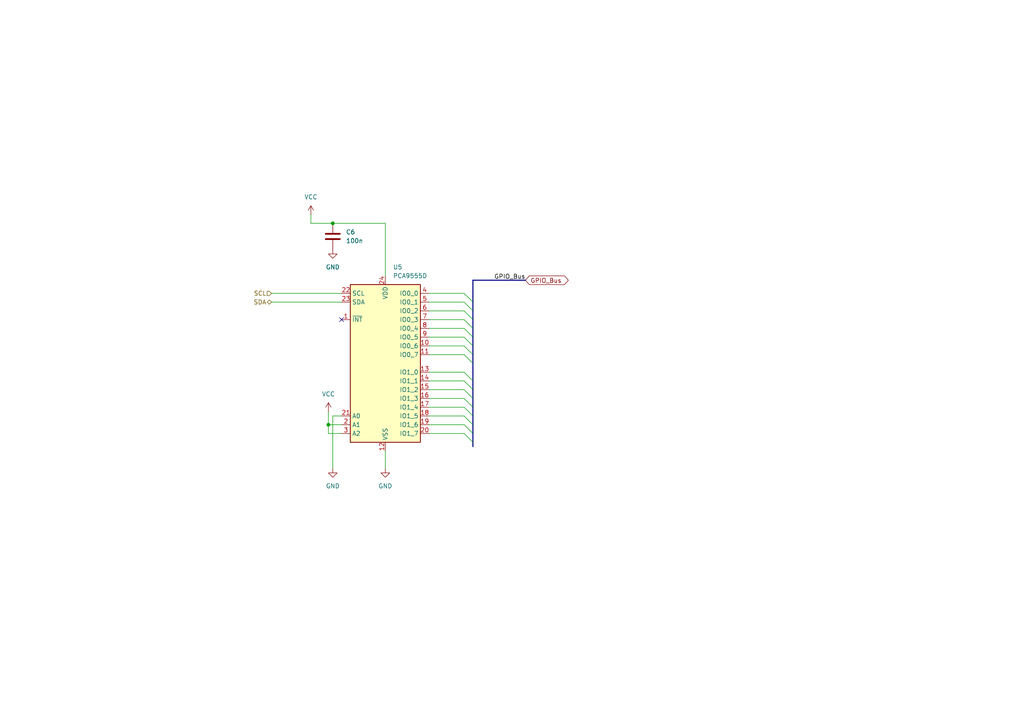
<source format=kicad_sch>
(kicad_sch (version 20231120) (generator "eeschema") (generator_version "8.0")
  (paper "A4")
  (lib_symbols
    (symbol "Device:C" (pin_numbers hide) (pin_names (offset 0.254))
      (property "Reference" "C" (at 0.635 2.54 0))
      (property "Value" "C" (at 0.635 -2.54 0))
      (symbol "C_0_1"
        (polyline (pts (xy -2.032 -0.762) (xy 2.032 -0.762)) (stroke (width 0.508)))
        (polyline (pts (xy -2.032 0.762) (xy 2.032 0.762)) (stroke (width 0.508)))
      )
      (symbol "C_1_1"
        (pin passive line (at 0 3.81 270) (length 2.794) (name "~") (number "1"))
        (pin passive line (at 0 -3.81 90) (length 2.794) (name "~") (number "2"))
      )
    )
    (symbol "Interface_Expansion:PCA9555D"
      (property "Reference" "U" (at -8.89 24.13 0))
      (property "Value" "PCA9555D" (at 6.35 24.13 0))
      (symbol "PCA9555D_0_1"
        (rectangle (start -10.16 22.86) (end 10.16 -22.86) (stroke (width 0.254)) (fill (type background)))
      )
      (symbol "PCA9555D_1_1"
        (pin open_collector line (at -12.7 12.7 0) (length 2.54) (name "~{INT}") (number "1"))
        (pin bidirectional line (at 12.7 5.08 180) (length 2.54) (name "IO0_6") (number "10"))
        (pin bidirectional line (at 12.7 2.54 180) (length 2.54) (name "IO0_7") (number "11"))
        (pin power_in line (at 0 -25.4 90) (length 2.54) (name "VSS") (number "12"))
        (pin bidirectional line (at 12.7 -2.54 180) (length 2.54) (name "IO1_0") (number "13"))
        (pin bidirectional line (at 12.7 -5.08 180) (length 2.54) (name "IO1_1") (number "14"))
        (pin bidirectional line (at 12.7 -7.62 180) (length 2.54) (name "IO1_2") (number "15"))
        (pin bidirectional line (at 12.7 -10.16 180) (length 2.54) (name "IO1_3") (number "16"))
        (pin bidirectional line (at 12.7 -12.7 180) (length 2.54) (name "IO1_4") (number "17"))
        (pin bidirectional line (at 12.7 -15.24 180) (length 2.54) (name "IO1_5") (number "18"))
        (pin bidirectional line (at 12.7 -17.78 180) (length 2.54) (name "IO1_6") (number "19"))
        (pin input line (at -12.7 -17.78 0) (length 2.54) (name "A1") (number "2"))
        (pin bidirectional line (at 12.7 -20.32 180) (length 2.54) (name "IO1_7") (number "20"))
        (pin input line (at -12.7 -15.24 0) (length 2.54) (name "A0") (number "21"))
        (pin input line (at -12.7 20.32 0) (length 2.54) (name "SCL") (number "22"))
        (pin bidirectional line (at -12.7 17.78 0) (length 2.54) (name "SDA") (number "23"))
        (pin power_in line (at 0 25.4 270) (length 2.54) (name "VDD") (number "24"))
        (pin input line (at -12.7 -20.32 0) (length 2.54) (name "A2") (number "3"))
        (pin bidirectional line (at 12.7 20.32 180) (length 2.54) (name "IO0_0") (number "4"))
        (pin bidirectional line (at 12.7 17.78 180) (length 2.54) (name "IO0_1") (number "5"))
        (pin bidirectional line (at 12.7 15.24 180) (length 2.54) (name "IO0_2") (number "6"))
        (pin bidirectional line (at 12.7 12.7 180) (length 2.54) (name "IO0_3") (number "7"))
        (pin bidirectional line (at 12.7 10.16 180) (length 2.54) (name "IO0_4") (number "8"))
        (pin bidirectional line (at 12.7 7.62 180) (length 2.54) (name "IO0_5") (number "9"))
      )
    )
    (symbol "power:GND" (power) (pin_numbers hide) (pin_names (offset 0) hide)
      (property "Value" "GND" (at 0 -3.81 0))
      (symbol "GND_0_1"
        (polyline (pts (xy 0 0) (xy 0 -1.27) (xy 1.27 -1.27) (xy 0 -2.54) (xy -1.27 -1.27) (xy 0 -1.27)))
      )
      (symbol "GND_1_1"
        (pin power_in line (at 0 0 270) (length 0) (name "~") (number "1"))
      )
    )
    (symbol "power:VCC" (power) (pin_numbers hide) (pin_names (offset 0) hide)
      (property "Value" "VCC" (at 0 3.556 0))
      (symbol "VCC_0_1"
        (polyline (pts (xy -0.762 1.27) (xy 0 2.54)))
        (polyline (pts (xy 0 0) (xy 0 2.54)))
        (polyline (pts (xy 0 2.54) (xy 0.762 1.27)))
      )
      (symbol "VCC_1_1"
        (pin power_in line (at 0 0 90) (length 0) (name "~") (number "1"))
      )
    )
  )
  (junction (at 95.25 123.19))
  (junction (at 96.52 64.77))
  (no_connect (at 99.06 92.71))
  (bus_entry (at 134.62 87.63) (size 2.54 2.54))
  (bus_entry (at 134.62 107.95) (size 2.54 2.54))
  (bus_entry (at 134.62 102.87) (size 2.54 2.54))
  (bus_entry (at 134.62 110.49) (size 2.54 2.54))
  (bus_entry (at 134.62 85.09) (size 2.54 2.54))
  (bus_entry (at 134.62 113.03) (size 2.54 2.54))
  (bus_entry (at 134.62 100.33) (size 2.54 2.54))
  (bus_entry (at 134.62 115.57) (size 2.54 2.54))
  (bus_entry (at 134.62 123.19) (size 2.54 2.54))
  (bus_entry (at 134.62 92.71) (size 2.54 2.54))
  (bus_entry (at 134.62 125.73) (size 2.54 2.54))
  (bus_entry (at 134.62 118.11) (size 2.54 2.54))
  (bus_entry (at 134.62 97.79) (size 2.54 2.54))
  (bus_entry (at 134.62 95.25) (size 2.54 2.54))
  (bus_entry (at 134.62 90.17) (size 2.54 2.54))
  (bus_entry (at 134.62 120.65) (size 2.54 2.54))
  (bus (pts (xy 137.16 102.87) (xy 137.16 105.41)))
  (wire (pts (xy 111.76 130.81) (xy 111.76 135.89)))
  (bus (pts (xy 137.16 120.65) (xy 137.16 123.19)))
  (wire (pts (xy 90.17 64.77) (xy 90.17 62.23)))
  (wire (pts (xy 78.74 85.09) (xy 99.06 85.09)))
  (wire (pts (xy 124.46 107.95) (xy 134.62 107.95)))
  (wire (pts (xy 124.46 120.65) (xy 134.62 120.65)))
  (bus (pts (xy 137.16 125.73) (xy 137.16 128.27)))
  (bus (pts (xy 137.16 110.49) (xy 137.16 113.03)))
  (wire (pts (xy 124.46 85.09) (xy 134.62 85.09)))
  (wire (pts (xy 124.46 110.49) (xy 134.62 110.49)))
  (wire (pts (xy 124.46 95.25) (xy 134.62 95.25)))
  (wire (pts (xy 95.25 123.19) (xy 95.25 125.73)))
  (wire (pts (xy 95.25 123.19) (xy 99.06 123.19)))
  (wire (pts (xy 78.74 87.63) (xy 99.06 87.63)))
  (bus (pts (xy 137.16 113.03) (xy 137.16 115.57)))
  (wire (pts (xy 111.76 64.77) (xy 96.52 64.77)))
  (wire (pts (xy 124.46 102.87) (xy 134.62 102.87)))
  (bus (pts (xy 137.16 92.71) (xy 137.16 95.25)))
  (wire (pts (xy 111.76 80.01) (xy 111.76 64.77)))
  (wire (pts (xy 124.46 118.11) (xy 134.62 118.11)))
  (bus (pts (xy 137.16 81.28) (xy 137.16 87.63)))
  (bus (pts (xy 137.16 95.25) (xy 137.16 97.79)))
  (bus (pts (xy 137.16 97.79) (xy 137.16 100.33)))
  (wire (pts (xy 124.46 123.19) (xy 134.62 123.19)))
  (bus (pts (xy 137.16 118.11) (xy 137.16 120.65)))
  (wire (pts (xy 99.06 120.65) (xy 96.52 120.65)))
  (bus (pts (xy 137.16 115.57) (xy 137.16 118.11)))
  (wire (pts (xy 95.25 119.38) (xy 95.25 123.19)))
  (wire (pts (xy 124.46 113.03) (xy 134.62 113.03)))
  (wire (pts (xy 95.25 125.73) (xy 99.06 125.73)))
  (wire (pts (xy 124.46 87.63) (xy 134.62 87.63)))
  (wire (pts (xy 124.46 115.57) (xy 134.62 115.57)))
  (bus (pts (xy 137.16 87.63) (xy 137.16 90.17)))
  (wire (pts (xy 96.52 64.77) (xy 90.17 64.77)))
  (wire (pts (xy 124.46 97.79) (xy 134.62 97.79)))
  (wire (pts (xy 124.46 92.71) (xy 134.62 92.71)))
  (wire (pts (xy 124.46 90.17) (xy 134.62 90.17)))
  (wire (pts (xy 124.46 100.33) (xy 134.62 100.33)))
  (bus (pts (xy 137.16 90.17) (xy 137.16 92.71)))
  (bus (pts (xy 152.4 81.28) (xy 137.16 81.28)))
  (bus (pts (xy 137.16 105.41) (xy 137.16 110.49)))
  (wire (pts (xy 96.52 120.65) (xy 96.52 135.89)))
  (bus (pts (xy 137.16 123.19) (xy 137.16 125.73)))
  (bus (pts (xy 137.16 100.33) (xy 137.16 102.87)))
  (wire (pts (xy 124.46 125.73) (xy 134.62 125.73)))
  (bus (pts (xy 137.16 128.27) (xy 137.16 129.54)))
  (label "GPIO_Bus" (at 152.4 81.28 180))
  (global_label "GPIO_Bus" (shape bidirectional) (at 152.4 81.28 0) (property "Intersheetrefs" "${INTERSHEET_REFS}" (effects (hide yes))))
  (hierarchical_label "SDA" (shape bidirectional) (at 78.74 87.63 180))
  (hierarchical_label "SCL" (shape input) (at 78.74 85.09 180))
  (symbol (lib_id "Interface_Expansion:PCA9555D") (at 111.76 105.41 0) (unit 1)
    (property "Reference" "U5" (at 113.9541 77.47 0) (effects (justify left)))
    (property "Value" "PCA9555D" (at 113.9541 80.01 0) (effects (justify left)))
    (property "Footprint" "Package_SO:SOIC-24W_7.5x15.4mm_P1.27mm" (effects (hide yes)))
    (property "Datasheet" "https://www.nxp.com/docs/en/data-sheet/PCA9555.pdf" (effects (hide yes)))
    (property "Description" "IO expander 16 GPIO, I2C 400kHz, Interrupt, 2.3 - 5.5V, SOIC-24" (effects (hide yes)))
  )
  (symbol (lib_id "power:VCC") (at 95.25 119.38 0) (unit 1)
    (property "Reference" "#PWR034" (effects (hide yes)))
    (property "Value" "VCC" (at 95.25 114.3 0))
    (property "Description" "Power symbol creates a global label with name \"VCC\"" (effects (hide yes)))
  )
  (symbol (lib_id "power:GND") (at 111.76 135.89 0) (unit 1)
    (property "Reference" "#PWR037" (effects (hide yes)))
    (property "Value" "GND" (at 111.76 140.97 0))
    (property "Description" "Power symbol creates a global label with name \"GND\" , ground" (effects (hide yes)))
  )
  (symbol (lib_id "power:GND") (at 96.52 72.39 0) (unit 1)
    (property "Reference" "#PWR035" (effects (hide yes)))
    (property "Value" "GND" (at 96.52 77.47 0))
    (property "Description" "Power symbol creates a global label with name \"GND\" , ground" (effects (hide yes)))
  )
  (symbol (lib_id "Device:C") (at 96.52 68.58 0) (unit 1)
    (property "Reference" "C6" (at 100.33 67.3099 0) (effects (justify left)))
    (property "Value" "100n" (at 100.33 69.8499 0) (effects (justify left)))
    (property "Description" "Unpolarized capacitor" (effects (hide yes)))
  )
  (symbol (lib_id "power:GND") (at 96.52 135.89 0) (unit 1)
    (property "Reference" "#PWR036" (effects (hide yes)))
    (property "Value" "GND" (at 96.52 140.97 0))
    (property "Description" "Power symbol creates a global label with name \"GND\" , ground" (effects (hide yes)))
  )
  (symbol (lib_id "power:VCC") (at 90.17 62.23 0) (unit 1)
    (property "Reference" "#PWR033" (effects (hide yes)))
    (property "Value" "VCC" (at 90.17 57.15 0))
    (property "Description" "Power symbol creates a global label with name \"VCC\"" (effects (hide yes)))
  )
)
</source>
